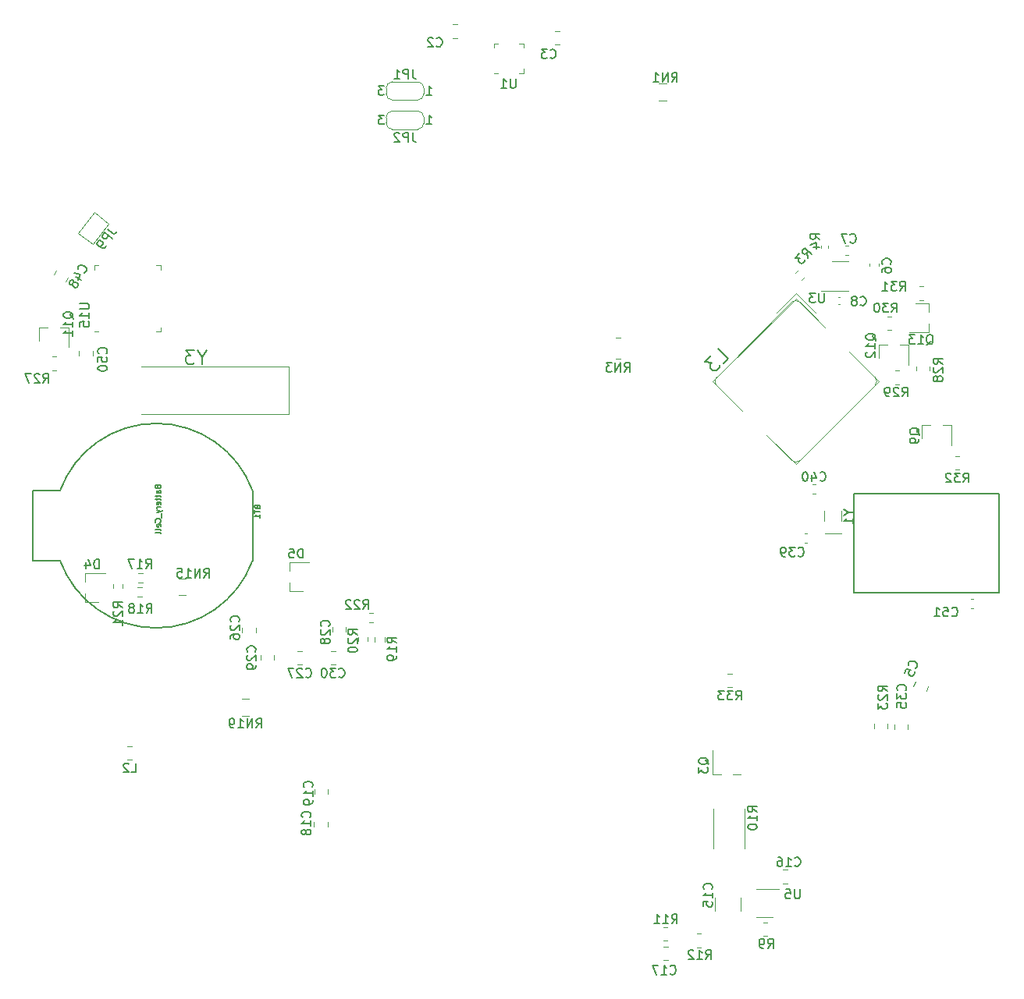
<source format=gbr>
G04 #@! TF.GenerationSoftware,KiCad,Pcbnew,(5.1.7)-1*
G04 #@! TF.CreationDate,2020-12-21T19:30:35-08:00*
G04 #@! TF.ProjectId,LCP_Controller,4c43505f-436f-46e7-9472-6f6c6c65722e,rev?*
G04 #@! TF.SameCoordinates,Original*
G04 #@! TF.FileFunction,Legend,Bot*
G04 #@! TF.FilePolarity,Positive*
%FSLAX46Y46*%
G04 Gerber Fmt 4.6, Leading zero omitted, Abs format (unit mm)*
G04 Created by KiCad (PCBNEW (5.1.7)-1) date 2020-12-21 19:30:35*
%MOMM*%
%LPD*%
G01*
G04 APERTURE LIST*
%ADD10C,0.120000*%
%ADD11C,0.203200*%
%ADD12C,0.127000*%
%ADD13C,0.150000*%
G04 APERTURE END LIST*
D10*
X196092000Y-123731000D02*
X195592000Y-123731000D01*
X196092000Y-121371000D02*
X195592000Y-121371000D01*
D11*
X156178039Y-138013677D02*
X156178039Y-145613357D01*
X132319819Y-145613357D02*
X135301779Y-145613357D01*
X132319819Y-138013677D02*
X132319819Y-145613357D01*
X135301779Y-138013677D02*
X132319819Y-138013677D01*
X156171104Y-145625365D02*
G75*
G02*
X135301779Y-145613357I-10432465J3824548D01*
G01*
X135304234Y-138000029D02*
G75*
G02*
X156178039Y-138013677I10434405J-3826188D01*
G01*
D10*
X220920997Y-122945594D02*
X224117119Y-126141717D01*
X215108579Y-117133177D02*
X218304702Y-120329299D01*
X224117119Y-126141717D02*
X215108579Y-135150257D01*
X211912456Y-131954135D02*
X215108579Y-135150257D01*
X206100039Y-126141717D02*
X209296161Y-129337840D01*
X215108579Y-117133177D02*
X206100039Y-126141717D01*
X215108579Y-116595775D02*
X212987259Y-118717096D01*
X217229899Y-118717096D02*
X215108579Y-116595775D01*
X206517232Y-126601336D02*
X208461775Y-128545880D01*
X215568198Y-134733064D02*
X223699926Y-126601336D01*
X221755383Y-123737554D02*
X223699926Y-125682098D01*
X214648960Y-117550370D02*
X206517232Y-125682098D01*
X215568198Y-117550370D02*
X217512742Y-119494913D01*
X212704416Y-132788521D02*
X214648960Y-134733064D01*
X206517232Y-125682098D02*
G75*
G03*
X206517232Y-126601336I459619J-459619D01*
G01*
X215568198Y-117550370D02*
G75*
G03*
X214648960Y-117550370I-459619J-459619D01*
G01*
X223699926Y-126601336D02*
G75*
G03*
X223699926Y-125682098I-459619J459619D01*
G01*
X214648960Y-134733064D02*
G75*
G03*
X215568198Y-134733064I459619J459619D01*
G01*
D12*
X221449579Y-149093517D02*
X221449579Y-138343517D01*
X237199579Y-149093517D02*
X221449579Y-149093517D01*
X237199579Y-138343517D02*
X237199579Y-149093517D01*
X221449579Y-138343517D02*
X237199579Y-138343517D01*
D10*
X160094000Y-129677000D02*
X144119000Y-129677000D01*
X160094000Y-124577000D02*
X160094000Y-129677000D01*
X144119000Y-124577000D02*
X160094000Y-124577000D01*
X220088500Y-141286000D02*
X220088500Y-140186000D01*
X218188500Y-141286000D02*
X218188500Y-140186000D01*
X220038500Y-142686000D02*
X218238500Y-142686000D01*
X139486000Y-120767500D02*
X139011000Y-120767500D01*
X146231000Y-113547500D02*
X146231000Y-114022500D01*
X145756000Y-113547500D02*
X146231000Y-113547500D01*
X139011000Y-113547500D02*
X139011000Y-114022500D01*
X139486000Y-113547500D02*
X139011000Y-113547500D01*
X146231000Y-120767500D02*
X146231000Y-120292500D01*
X145756000Y-120767500D02*
X146231000Y-120767500D01*
X210839579Y-181263517D02*
X213269579Y-181263517D01*
X212599579Y-184333517D02*
X210839579Y-184333517D01*
X220838600Y-116291000D02*
X217888600Y-116291000D01*
X219038600Y-113071000D02*
X220838600Y-113071000D01*
X182824500Y-92669000D02*
X182349500Y-92669000D01*
X185569500Y-89449000D02*
X185569500Y-89924000D01*
X185094500Y-89449000D02*
X185569500Y-89449000D01*
X182349500Y-89449000D02*
X182349500Y-89924000D01*
X182824500Y-89449000D02*
X182349500Y-89449000D01*
X185569500Y-92669000D02*
X185569500Y-92194000D01*
X185094500Y-92669000D02*
X185569500Y-92669000D01*
X155823500Y-162483000D02*
X155023500Y-162483000D01*
X155823500Y-160643000D02*
X155023500Y-160643000D01*
X148978200Y-149376600D02*
X148178200Y-149376600D01*
X148978200Y-147536600D02*
X148178200Y-147536600D01*
X200260000Y-93822000D02*
X201060000Y-93822000D01*
X200260000Y-95662000D02*
X201060000Y-95662000D01*
X207735436Y-157888000D02*
X208189564Y-157888000D01*
X207735436Y-159358000D02*
X208189564Y-159358000D01*
X232413436Y-134266000D02*
X232867564Y-134266000D01*
X232413436Y-135736000D02*
X232867564Y-135736000D01*
X228523436Y-115851000D02*
X228977564Y-115851000D01*
X228523436Y-117321000D02*
X228977564Y-117321000D01*
X225485064Y-120559500D02*
X225030936Y-120559500D01*
X225485064Y-119089500D02*
X225030936Y-119089500D01*
X225872936Y-124995000D02*
X226327064Y-124995000D01*
X225872936Y-126465000D02*
X226327064Y-126465000D01*
X228182500Y-124981064D02*
X228182500Y-124526936D01*
X229652500Y-124981064D02*
X229652500Y-124526936D01*
X134432936Y-123471000D02*
X134887064Y-123471000D01*
X134432936Y-124941000D02*
X134887064Y-124941000D01*
X225089179Y-163354253D02*
X225089179Y-163808381D01*
X223619179Y-163354253D02*
X223619179Y-163808381D01*
X168811942Y-151267900D02*
X169286458Y-151267900D01*
X168811942Y-152312900D02*
X169286458Y-152312900D01*
X141031700Y-148610858D02*
X141031700Y-148136342D01*
X142076700Y-148610858D02*
X142076700Y-148136342D01*
X168695900Y-153902142D02*
X168695900Y-154376658D01*
X167650900Y-153902142D02*
X167650900Y-154376658D01*
X170499300Y-153952942D02*
X170499300Y-154427458D01*
X169454300Y-153952942D02*
X169454300Y-154427458D01*
X143717742Y-148473900D02*
X144192258Y-148473900D01*
X143717742Y-149518900D02*
X144192258Y-149518900D01*
X143768542Y-146975300D02*
X144243058Y-146975300D01*
X143768542Y-148020300D02*
X144243058Y-148020300D01*
X204359136Y-186107400D02*
X204813264Y-186107400D01*
X204359136Y-187577400D02*
X204813264Y-187577400D01*
X200752336Y-185408900D02*
X201206464Y-185408900D01*
X200752336Y-186878900D02*
X201206464Y-186878900D01*
X209579579Y-172529453D02*
X209579579Y-176883581D01*
X206159579Y-172529453D02*
X206159579Y-176883581D01*
X212033643Y-186363517D02*
X211579515Y-186363517D01*
X212033643Y-184893517D02*
X211579515Y-184893517D01*
X217856800Y-111685041D02*
X217856800Y-111377759D01*
X218616800Y-111685041D02*
X218616800Y-111377759D01*
X215027490Y-114408183D02*
X215363023Y-114072650D01*
X215766417Y-115147110D02*
X216101950Y-114811577D01*
X229550500Y-117673000D02*
X228090500Y-117673000D01*
X229550500Y-120833000D02*
X227390500Y-120833000D01*
X229550500Y-120833000D02*
X229550500Y-119903000D01*
X229550500Y-117673000D02*
X229550500Y-118603000D01*
X224162500Y-122176000D02*
X224162500Y-123636000D01*
X227322500Y-122176000D02*
X227322500Y-124336000D01*
X227322500Y-122176000D02*
X226392500Y-122176000D01*
X224162500Y-122176000D02*
X225092500Y-122176000D01*
X133040000Y-120271000D02*
X133040000Y-121731000D01*
X136200000Y-120271000D02*
X136200000Y-122431000D01*
X136200000Y-120271000D02*
X135270000Y-120271000D01*
X133040000Y-120271000D02*
X133970000Y-120271000D01*
X228798000Y-130888200D02*
X228798000Y-132348200D01*
X231958000Y-130888200D02*
X231958000Y-133048200D01*
X231958000Y-130888200D02*
X231028000Y-130888200D01*
X228798000Y-130888200D02*
X229728000Y-130888200D01*
X206076579Y-168782517D02*
X207026579Y-168782517D01*
X206076579Y-166182517D02*
X206076579Y-168782517D01*
X208326579Y-168782517D02*
X209126579Y-168782517D01*
X142604748Y-165787000D02*
X143127252Y-165787000D01*
X142604748Y-167207000D02*
X143127252Y-167207000D01*
X138879087Y-111244256D02*
X140583619Y-109022867D01*
X140583619Y-109022867D02*
X138996913Y-107805344D01*
X138996913Y-107805344D02*
X137292381Y-110026733D01*
X137292381Y-110026733D02*
X138879087Y-111244256D01*
X174120000Y-96790000D02*
X171320000Y-96790000D01*
X170670000Y-97490000D02*
X170670000Y-98090000D01*
X171320000Y-98790000D02*
X174120000Y-98790000D01*
X174770000Y-98090000D02*
X174770000Y-97490000D01*
X174770000Y-97490000D02*
G75*
G03*
X174070000Y-96790000I-700000J0D01*
G01*
X174070000Y-98790000D02*
G75*
G03*
X174770000Y-98090000I0J700000D01*
G01*
X170670000Y-98090000D02*
G75*
G03*
X171370000Y-98790000I700000J0D01*
G01*
X171370000Y-96790000D02*
G75*
G03*
X170670000Y-97490000I0J-700000D01*
G01*
X174120000Y-93615000D02*
X171320000Y-93615000D01*
X170670000Y-94315000D02*
X170670000Y-94915000D01*
X171320000Y-95615000D02*
X174120000Y-95615000D01*
X174770000Y-94915000D02*
X174770000Y-94315000D01*
X174770000Y-94315000D02*
G75*
G03*
X174070000Y-93615000I-700000J0D01*
G01*
X174070000Y-95615000D02*
G75*
G03*
X174770000Y-94915000I0J700000D01*
G01*
X170670000Y-94915000D02*
G75*
G03*
X171370000Y-95615000I700000J0D01*
G01*
X171370000Y-93615000D02*
G75*
G03*
X170670000Y-94315000I0J-700000D01*
G01*
X160158400Y-148950800D02*
X161618400Y-148950800D01*
X160158400Y-145790800D02*
X162318400Y-145790800D01*
X160158400Y-145790800D02*
X160158400Y-146720800D01*
X160158400Y-148950800D02*
X160158400Y-148020800D01*
X138025600Y-150119200D02*
X139485600Y-150119200D01*
X138025600Y-146959200D02*
X140185600Y-146959200D01*
X138025600Y-146959200D02*
X138025600Y-147889200D01*
X138025600Y-150119200D02*
X138025600Y-149189200D01*
X234097920Y-149794500D02*
X234379080Y-149794500D01*
X234097920Y-150814500D02*
X234379080Y-150814500D01*
X138847500Y-122865248D02*
X138847500Y-123387752D01*
X137377500Y-122865248D02*
X137377500Y-123387752D01*
X134614845Y-114565151D02*
X134876097Y-114112649D01*
X135887903Y-115300151D02*
X136149155Y-114847649D01*
X217247080Y-138368500D02*
X216965920Y-138368500D01*
X217247080Y-137348500D02*
X216965920Y-137348500D01*
X216371080Y-143639000D02*
X216089920Y-143639000D01*
X216371080Y-142619000D02*
X216089920Y-142619000D01*
X227273579Y-163370865D02*
X227273579Y-163893369D01*
X225803579Y-163370865D02*
X225803579Y-163893369D01*
X164650748Y-155424200D02*
X165173252Y-155424200D01*
X164650748Y-156894200D02*
X165173252Y-156894200D01*
X158519800Y-155882748D02*
X158519800Y-156405252D01*
X157049800Y-155882748D02*
X157049800Y-156405252D01*
X164822200Y-153306452D02*
X164822200Y-152783948D01*
X166292200Y-153306452D02*
X166292200Y-152783948D01*
X161043948Y-155424200D02*
X161566452Y-155424200D01*
X161043948Y-156894200D02*
X161566452Y-156894200D01*
X155068600Y-153423252D02*
X155068600Y-152900748D01*
X156538600Y-153423252D02*
X156538600Y-152900748D01*
X162866400Y-170964452D02*
X162866400Y-170441948D01*
X164336400Y-170964452D02*
X164336400Y-170441948D01*
X164311000Y-174008148D02*
X164311000Y-174530652D01*
X162841000Y-174008148D02*
X162841000Y-174530652D01*
X201253952Y-188961700D02*
X200731448Y-188961700D01*
X201253952Y-187491700D02*
X200731448Y-187491700D01*
X213704327Y-179178517D02*
X214226831Y-179178517D01*
X213704327Y-180648517D02*
X214226831Y-180648517D01*
X209102579Y-182172265D02*
X209102579Y-183594769D01*
X206382579Y-182172265D02*
X206382579Y-183594769D01*
X219894036Y-117733400D02*
X219678364Y-117733400D01*
X219894036Y-117013400D02*
X219678364Y-117013400D01*
X220790380Y-112447800D02*
X220509220Y-112447800D01*
X220790380Y-111427800D02*
X220509220Y-111427800D01*
X223137000Y-113602380D02*
X223137000Y-113321220D01*
X224157000Y-113602380D02*
X224157000Y-113321220D01*
X229443528Y-159263888D02*
X229264821Y-159754881D01*
X228062179Y-158761119D02*
X227883472Y-159252112D01*
X189491252Y-89584200D02*
X188968748Y-89584200D01*
X189491252Y-88114200D02*
X188968748Y-88114200D01*
X177909548Y-87403000D02*
X178432052Y-87403000D01*
X177909548Y-88873000D02*
X178432052Y-88873000D01*
D13*
X196532476Y-125103380D02*
X196865809Y-124627190D01*
X197103904Y-125103380D02*
X197103904Y-124103380D01*
X196722952Y-124103380D01*
X196627714Y-124151000D01*
X196580095Y-124198619D01*
X196532476Y-124293857D01*
X196532476Y-124436714D01*
X196580095Y-124531952D01*
X196627714Y-124579571D01*
X196722952Y-124627190D01*
X197103904Y-124627190D01*
X196103904Y-125103380D02*
X196103904Y-124103380D01*
X195532476Y-125103380D01*
X195532476Y-124103380D01*
X195151523Y-124103380D02*
X194532476Y-124103380D01*
X194865809Y-124484333D01*
X194722952Y-124484333D01*
X194627714Y-124531952D01*
X194580095Y-124579571D01*
X194532476Y-124674809D01*
X194532476Y-124912904D01*
X194580095Y-125008142D01*
X194627714Y-125055761D01*
X194722952Y-125103380D01*
X195008666Y-125103380D01*
X195103904Y-125055761D01*
X195151523Y-125008142D01*
D12*
X156695836Y-139810545D02*
X156724864Y-139897631D01*
X156753893Y-139926659D01*
X156811950Y-139955688D01*
X156899036Y-139955688D01*
X156957093Y-139926659D01*
X156986121Y-139897631D01*
X157015150Y-139839574D01*
X157015150Y-139607345D01*
X156405550Y-139607345D01*
X156405550Y-139810545D01*
X156434579Y-139868602D01*
X156463607Y-139897631D01*
X156521664Y-139926659D01*
X156579721Y-139926659D01*
X156637779Y-139897631D01*
X156666807Y-139868602D01*
X156695836Y-139810545D01*
X156695836Y-139607345D01*
X156405550Y-140129859D02*
X156405550Y-140478202D01*
X157015150Y-140304031D02*
X156405550Y-140304031D01*
X157015150Y-141000717D02*
X157015150Y-140652374D01*
X157015150Y-140826545D02*
X156405550Y-140826545D01*
X156492636Y-140768488D01*
X156550693Y-140710431D01*
X156579721Y-140652374D01*
X145900836Y-137604374D02*
X145929864Y-137691459D01*
X145958893Y-137720488D01*
X146016950Y-137749517D01*
X146104036Y-137749517D01*
X146162093Y-137720488D01*
X146191121Y-137691459D01*
X146220150Y-137633402D01*
X146220150Y-137401174D01*
X145610550Y-137401174D01*
X145610550Y-137604374D01*
X145639579Y-137662431D01*
X145668607Y-137691459D01*
X145726664Y-137720488D01*
X145784721Y-137720488D01*
X145842779Y-137691459D01*
X145871807Y-137662431D01*
X145900836Y-137604374D01*
X145900836Y-137401174D01*
X146220150Y-138272031D02*
X145900836Y-138272031D01*
X145842779Y-138243002D01*
X145813750Y-138184945D01*
X145813750Y-138068831D01*
X145842779Y-138010774D01*
X146191121Y-138272031D02*
X146220150Y-138213974D01*
X146220150Y-138068831D01*
X146191121Y-138010774D01*
X146133064Y-137981745D01*
X146075007Y-137981745D01*
X146016950Y-138010774D01*
X145987921Y-138068831D01*
X145987921Y-138213974D01*
X145958893Y-138272031D01*
X145813750Y-138475231D02*
X145813750Y-138707459D01*
X145610550Y-138562317D02*
X146133064Y-138562317D01*
X146191121Y-138591345D01*
X146220150Y-138649402D01*
X146220150Y-138707459D01*
X145813750Y-138823574D02*
X145813750Y-139055802D01*
X145610550Y-138910659D02*
X146133064Y-138910659D01*
X146191121Y-138939688D01*
X146220150Y-138997745D01*
X146220150Y-139055802D01*
X146191121Y-139491231D02*
X146220150Y-139433174D01*
X146220150Y-139317059D01*
X146191121Y-139259002D01*
X146133064Y-139229974D01*
X145900836Y-139229974D01*
X145842779Y-139259002D01*
X145813750Y-139317059D01*
X145813750Y-139433174D01*
X145842779Y-139491231D01*
X145900836Y-139520259D01*
X145958893Y-139520259D01*
X146016950Y-139229974D01*
X146220150Y-139781517D02*
X145813750Y-139781517D01*
X145929864Y-139781517D02*
X145871807Y-139810545D01*
X145842779Y-139839574D01*
X145813750Y-139897631D01*
X145813750Y-139955688D01*
X145813750Y-140100831D02*
X146220150Y-140245974D01*
X145813750Y-140391117D02*
X146220150Y-140245974D01*
X146365293Y-140187917D01*
X146394321Y-140158888D01*
X146423350Y-140100831D01*
X146278207Y-140478202D02*
X146278207Y-140942659D01*
X146162093Y-141436145D02*
X146191121Y-141407117D01*
X146220150Y-141320031D01*
X146220150Y-141261974D01*
X146191121Y-141174888D01*
X146133064Y-141116831D01*
X146075007Y-141087802D01*
X145958893Y-141058774D01*
X145871807Y-141058774D01*
X145755693Y-141087802D01*
X145697636Y-141116831D01*
X145639579Y-141174888D01*
X145610550Y-141261974D01*
X145610550Y-141320031D01*
X145639579Y-141407117D01*
X145668607Y-141436145D01*
X146191121Y-141929631D02*
X146220150Y-141871574D01*
X146220150Y-141755459D01*
X146191121Y-141697402D01*
X146133064Y-141668374D01*
X145900836Y-141668374D01*
X145842779Y-141697402D01*
X145813750Y-141755459D01*
X145813750Y-141871574D01*
X145842779Y-141929631D01*
X145900836Y-141958659D01*
X145958893Y-141958659D01*
X146016950Y-141668374D01*
X146220150Y-142307002D02*
X146191121Y-142248945D01*
X146133064Y-142219917D01*
X145610550Y-142219917D01*
X146220150Y-142626317D02*
X146191121Y-142568259D01*
X146133064Y-142539231D01*
X145610550Y-142539231D01*
D13*
X207240224Y-124209094D02*
X207753382Y-123695937D01*
X206675751Y-122618306D01*
X205906015Y-123388042D02*
X205238910Y-124055147D01*
X206008646Y-124106462D01*
X205854699Y-124260410D01*
X205803383Y-124414357D01*
X205803383Y-124516988D01*
X205854699Y-124670936D01*
X206111278Y-124927514D01*
X206265225Y-124978830D01*
X206367857Y-124978830D01*
X206521804Y-124927514D01*
X206829698Y-124619620D01*
X206881014Y-124465673D01*
X206881014Y-124363041D01*
X150744714Y-123540714D02*
X150744714Y-124266428D01*
X151252714Y-122742428D02*
X150744714Y-123540714D01*
X150236714Y-122742428D01*
X149873857Y-122742428D02*
X148930428Y-122742428D01*
X149438428Y-123323000D01*
X149220714Y-123323000D01*
X149075571Y-123395571D01*
X149003000Y-123468142D01*
X148930428Y-123613285D01*
X148930428Y-123976142D01*
X149003000Y-124121285D01*
X149075571Y-124193857D01*
X149220714Y-124266428D01*
X149656142Y-124266428D01*
X149801285Y-124193857D01*
X149873857Y-124121285D01*
X220829190Y-140392209D02*
X221305380Y-140392209D01*
X220305380Y-140058876D02*
X220829190Y-140392209D01*
X220305380Y-140725542D01*
X221305380Y-141582685D02*
X221305380Y-141011257D01*
X221305380Y-141296971D02*
X220305380Y-141296971D01*
X220448238Y-141201733D01*
X220543476Y-141106495D01*
X220591095Y-141011257D01*
X137450580Y-117710104D02*
X138260104Y-117710104D01*
X138355342Y-117757723D01*
X138402961Y-117805342D01*
X138450580Y-117900580D01*
X138450580Y-118091057D01*
X138402961Y-118186295D01*
X138355342Y-118233914D01*
X138260104Y-118281533D01*
X137450580Y-118281533D01*
X138450580Y-119281533D02*
X138450580Y-118710104D01*
X138450580Y-118995819D02*
X137450580Y-118995819D01*
X137593438Y-118900580D01*
X137688676Y-118805342D01*
X137736295Y-118710104D01*
X137450580Y-120186295D02*
X137450580Y-119710104D01*
X137926771Y-119662485D01*
X137879152Y-119710104D01*
X137831533Y-119805342D01*
X137831533Y-120043438D01*
X137879152Y-120138676D01*
X137926771Y-120186295D01*
X138022009Y-120233914D01*
X138260104Y-120233914D01*
X138355342Y-120186295D01*
X138402961Y-120138676D01*
X138450580Y-120043438D01*
X138450580Y-119805342D01*
X138402961Y-119710104D01*
X138355342Y-119662485D01*
X215544304Y-181290980D02*
X215544304Y-182100504D01*
X215496685Y-182195742D01*
X215449066Y-182243361D01*
X215353828Y-182290980D01*
X215163352Y-182290980D01*
X215068114Y-182243361D01*
X215020495Y-182195742D01*
X214972876Y-182100504D01*
X214972876Y-181290980D01*
X214020495Y-181290980D02*
X214496685Y-181290980D01*
X214544304Y-181767171D01*
X214496685Y-181719552D01*
X214401447Y-181671933D01*
X214163352Y-181671933D01*
X214068114Y-181719552D01*
X214020495Y-181767171D01*
X213972876Y-181862409D01*
X213972876Y-182100504D01*
X214020495Y-182195742D01*
X214068114Y-182243361D01*
X214163352Y-182290980D01*
X214401447Y-182290980D01*
X214496685Y-182243361D01*
X214544304Y-182195742D01*
X218185904Y-116597180D02*
X218185904Y-117406704D01*
X218138285Y-117501942D01*
X218090666Y-117549561D01*
X217995428Y-117597180D01*
X217804952Y-117597180D01*
X217709714Y-117549561D01*
X217662095Y-117501942D01*
X217614476Y-117406704D01*
X217614476Y-116597180D01*
X217233523Y-116597180D02*
X216614476Y-116597180D01*
X216947809Y-116978133D01*
X216804952Y-116978133D01*
X216709714Y-117025752D01*
X216662095Y-117073371D01*
X216614476Y-117168609D01*
X216614476Y-117406704D01*
X216662095Y-117501942D01*
X216709714Y-117549561D01*
X216804952Y-117597180D01*
X217090666Y-117597180D01*
X217185904Y-117549561D01*
X217233523Y-117501942D01*
X184721404Y-93311380D02*
X184721404Y-94120904D01*
X184673785Y-94216142D01*
X184626166Y-94263761D01*
X184530928Y-94311380D01*
X184340452Y-94311380D01*
X184245214Y-94263761D01*
X184197595Y-94216142D01*
X184149976Y-94120904D01*
X184149976Y-93311380D01*
X183149976Y-94311380D02*
X183721404Y-94311380D01*
X183435690Y-94311380D02*
X183435690Y-93311380D01*
X183530928Y-93454238D01*
X183626166Y-93549476D01*
X183721404Y-93597095D01*
X156590166Y-163765380D02*
X156923500Y-163289190D01*
X157161595Y-163765380D02*
X157161595Y-162765380D01*
X156780642Y-162765380D01*
X156685404Y-162813000D01*
X156637785Y-162860619D01*
X156590166Y-162955857D01*
X156590166Y-163098714D01*
X156637785Y-163193952D01*
X156685404Y-163241571D01*
X156780642Y-163289190D01*
X157161595Y-163289190D01*
X156161595Y-163765380D02*
X156161595Y-162765380D01*
X155590166Y-163765380D01*
X155590166Y-162765380D01*
X154590166Y-163765380D02*
X155161595Y-163765380D01*
X154875880Y-163765380D02*
X154875880Y-162765380D01*
X154971119Y-162908238D01*
X155066357Y-163003476D01*
X155161595Y-163051095D01*
X154113976Y-163765380D02*
X153923500Y-163765380D01*
X153828261Y-163717761D01*
X153780642Y-163670142D01*
X153685404Y-163527285D01*
X153637785Y-163336809D01*
X153637785Y-162955857D01*
X153685404Y-162860619D01*
X153733023Y-162813000D01*
X153828261Y-162765380D01*
X154018738Y-162765380D01*
X154113976Y-162813000D01*
X154161595Y-162860619D01*
X154209214Y-162955857D01*
X154209214Y-163193952D01*
X154161595Y-163289190D01*
X154113976Y-163336809D01*
X154018738Y-163384428D01*
X153828261Y-163384428D01*
X153733023Y-163336809D01*
X153685404Y-163289190D01*
X153637785Y-163193952D01*
X150925066Y-147442180D02*
X151258400Y-146965990D01*
X151496495Y-147442180D02*
X151496495Y-146442180D01*
X151115542Y-146442180D01*
X151020304Y-146489800D01*
X150972685Y-146537419D01*
X150925066Y-146632657D01*
X150925066Y-146775514D01*
X150972685Y-146870752D01*
X151020304Y-146918371D01*
X151115542Y-146965990D01*
X151496495Y-146965990D01*
X150496495Y-147442180D02*
X150496495Y-146442180D01*
X149925066Y-147442180D01*
X149925066Y-146442180D01*
X148925066Y-147442180D02*
X149496495Y-147442180D01*
X149210780Y-147442180D02*
X149210780Y-146442180D01*
X149306019Y-146585038D01*
X149401257Y-146680276D01*
X149496495Y-146727895D01*
X148020304Y-146442180D02*
X148496495Y-146442180D01*
X148544114Y-146918371D01*
X148496495Y-146870752D01*
X148401257Y-146823133D01*
X148163161Y-146823133D01*
X148067923Y-146870752D01*
X148020304Y-146918371D01*
X147972685Y-147013609D01*
X147972685Y-147251704D01*
X148020304Y-147346942D01*
X148067923Y-147394561D01*
X148163161Y-147442180D01*
X148401257Y-147442180D01*
X148496495Y-147394561D01*
X148544114Y-147346942D01*
X201655276Y-93619580D02*
X201988609Y-93143390D01*
X202226704Y-93619580D02*
X202226704Y-92619580D01*
X201845752Y-92619580D01*
X201750514Y-92667200D01*
X201702895Y-92714819D01*
X201655276Y-92810057D01*
X201655276Y-92952914D01*
X201702895Y-93048152D01*
X201750514Y-93095771D01*
X201845752Y-93143390D01*
X202226704Y-93143390D01*
X201226704Y-93619580D02*
X201226704Y-92619580D01*
X200655276Y-93619580D01*
X200655276Y-92619580D01*
X199655276Y-93619580D02*
X200226704Y-93619580D01*
X199940990Y-93619580D02*
X199940990Y-92619580D01*
X200036228Y-92762438D01*
X200131466Y-92857676D01*
X200226704Y-92905295D01*
X208605357Y-160725380D02*
X208938690Y-160249190D01*
X209176785Y-160725380D02*
X209176785Y-159725380D01*
X208795833Y-159725380D01*
X208700595Y-159773000D01*
X208652976Y-159820619D01*
X208605357Y-159915857D01*
X208605357Y-160058714D01*
X208652976Y-160153952D01*
X208700595Y-160201571D01*
X208795833Y-160249190D01*
X209176785Y-160249190D01*
X208272023Y-159725380D02*
X207652976Y-159725380D01*
X207986309Y-160106333D01*
X207843452Y-160106333D01*
X207748214Y-160153952D01*
X207700595Y-160201571D01*
X207652976Y-160296809D01*
X207652976Y-160534904D01*
X207700595Y-160630142D01*
X207748214Y-160677761D01*
X207843452Y-160725380D01*
X208129166Y-160725380D01*
X208224404Y-160677761D01*
X208272023Y-160630142D01*
X207319642Y-159725380D02*
X206700595Y-159725380D01*
X207033928Y-160106333D01*
X206891071Y-160106333D01*
X206795833Y-160153952D01*
X206748214Y-160201571D01*
X206700595Y-160296809D01*
X206700595Y-160534904D01*
X206748214Y-160630142D01*
X206795833Y-160677761D01*
X206891071Y-160725380D01*
X207176785Y-160725380D01*
X207272023Y-160677761D01*
X207319642Y-160630142D01*
X233283357Y-137103380D02*
X233616690Y-136627190D01*
X233854785Y-137103380D02*
X233854785Y-136103380D01*
X233473833Y-136103380D01*
X233378595Y-136151000D01*
X233330976Y-136198619D01*
X233283357Y-136293857D01*
X233283357Y-136436714D01*
X233330976Y-136531952D01*
X233378595Y-136579571D01*
X233473833Y-136627190D01*
X233854785Y-136627190D01*
X232950023Y-136103380D02*
X232330976Y-136103380D01*
X232664309Y-136484333D01*
X232521452Y-136484333D01*
X232426214Y-136531952D01*
X232378595Y-136579571D01*
X232330976Y-136674809D01*
X232330976Y-136912904D01*
X232378595Y-137008142D01*
X232426214Y-137055761D01*
X232521452Y-137103380D01*
X232807166Y-137103380D01*
X232902404Y-137055761D01*
X232950023Y-137008142D01*
X231950023Y-136198619D02*
X231902404Y-136151000D01*
X231807166Y-136103380D01*
X231569071Y-136103380D01*
X231473833Y-136151000D01*
X231426214Y-136198619D01*
X231378595Y-136293857D01*
X231378595Y-136389095D01*
X231426214Y-136531952D01*
X231997642Y-137103380D01*
X231378595Y-137103380D01*
X226398057Y-116301780D02*
X226731390Y-115825590D01*
X226969485Y-116301780D02*
X226969485Y-115301780D01*
X226588533Y-115301780D01*
X226493295Y-115349400D01*
X226445676Y-115397019D01*
X226398057Y-115492257D01*
X226398057Y-115635114D01*
X226445676Y-115730352D01*
X226493295Y-115777971D01*
X226588533Y-115825590D01*
X226969485Y-115825590D01*
X226064723Y-115301780D02*
X225445676Y-115301780D01*
X225779009Y-115682733D01*
X225636152Y-115682733D01*
X225540914Y-115730352D01*
X225493295Y-115777971D01*
X225445676Y-115873209D01*
X225445676Y-116111304D01*
X225493295Y-116206542D01*
X225540914Y-116254161D01*
X225636152Y-116301780D01*
X225921866Y-116301780D01*
X226017104Y-116254161D01*
X226064723Y-116206542D01*
X224493295Y-116301780D02*
X225064723Y-116301780D01*
X224779009Y-116301780D02*
X224779009Y-115301780D01*
X224874247Y-115444638D01*
X224969485Y-115539876D01*
X225064723Y-115587495D01*
X225509057Y-118638580D02*
X225842390Y-118162390D01*
X226080485Y-118638580D02*
X226080485Y-117638580D01*
X225699533Y-117638580D01*
X225604295Y-117686200D01*
X225556676Y-117733819D01*
X225509057Y-117829057D01*
X225509057Y-117971914D01*
X225556676Y-118067152D01*
X225604295Y-118114771D01*
X225699533Y-118162390D01*
X226080485Y-118162390D01*
X225175723Y-117638580D02*
X224556676Y-117638580D01*
X224890009Y-118019533D01*
X224747152Y-118019533D01*
X224651914Y-118067152D01*
X224604295Y-118114771D01*
X224556676Y-118210009D01*
X224556676Y-118448104D01*
X224604295Y-118543342D01*
X224651914Y-118590961D01*
X224747152Y-118638580D01*
X225032866Y-118638580D01*
X225128104Y-118590961D01*
X225175723Y-118543342D01*
X223937628Y-117638580D02*
X223842390Y-117638580D01*
X223747152Y-117686200D01*
X223699533Y-117733819D01*
X223651914Y-117829057D01*
X223604295Y-118019533D01*
X223604295Y-118257628D01*
X223651914Y-118448104D01*
X223699533Y-118543342D01*
X223747152Y-118590961D01*
X223842390Y-118638580D01*
X223937628Y-118638580D01*
X224032866Y-118590961D01*
X224080485Y-118543342D01*
X224128104Y-118448104D01*
X224175723Y-118257628D01*
X224175723Y-118019533D01*
X224128104Y-117829057D01*
X224080485Y-117733819D01*
X224032866Y-117686200D01*
X223937628Y-117638580D01*
X226652057Y-127782580D02*
X226985390Y-127306390D01*
X227223485Y-127782580D02*
X227223485Y-126782580D01*
X226842533Y-126782580D01*
X226747295Y-126830200D01*
X226699676Y-126877819D01*
X226652057Y-126973057D01*
X226652057Y-127115914D01*
X226699676Y-127211152D01*
X226747295Y-127258771D01*
X226842533Y-127306390D01*
X227223485Y-127306390D01*
X226271104Y-126877819D02*
X226223485Y-126830200D01*
X226128247Y-126782580D01*
X225890152Y-126782580D01*
X225794914Y-126830200D01*
X225747295Y-126877819D01*
X225699676Y-126973057D01*
X225699676Y-127068295D01*
X225747295Y-127211152D01*
X226318723Y-127782580D01*
X225699676Y-127782580D01*
X225223485Y-127782580D02*
X225033009Y-127782580D01*
X224937771Y-127734961D01*
X224890152Y-127687342D01*
X224794914Y-127544485D01*
X224747295Y-127354009D01*
X224747295Y-126973057D01*
X224794914Y-126877819D01*
X224842533Y-126830200D01*
X224937771Y-126782580D01*
X225128247Y-126782580D01*
X225223485Y-126830200D01*
X225271104Y-126877819D01*
X225318723Y-126973057D01*
X225318723Y-127211152D01*
X225271104Y-127306390D01*
X225223485Y-127354009D01*
X225128247Y-127401628D01*
X224937771Y-127401628D01*
X224842533Y-127354009D01*
X224794914Y-127306390D01*
X224747295Y-127211152D01*
X231033580Y-124248942D02*
X230557390Y-123915609D01*
X231033580Y-123677514D02*
X230033580Y-123677514D01*
X230033580Y-124058466D01*
X230081200Y-124153704D01*
X230128819Y-124201323D01*
X230224057Y-124248942D01*
X230366914Y-124248942D01*
X230462152Y-124201323D01*
X230509771Y-124153704D01*
X230557390Y-124058466D01*
X230557390Y-123677514D01*
X230128819Y-124629895D02*
X230081200Y-124677514D01*
X230033580Y-124772752D01*
X230033580Y-125010847D01*
X230081200Y-125106085D01*
X230128819Y-125153704D01*
X230224057Y-125201323D01*
X230319295Y-125201323D01*
X230462152Y-125153704D01*
X231033580Y-124582276D01*
X231033580Y-125201323D01*
X230462152Y-125772752D02*
X230414533Y-125677514D01*
X230366914Y-125629895D01*
X230271676Y-125582276D01*
X230224057Y-125582276D01*
X230128819Y-125629895D01*
X230081200Y-125677514D01*
X230033580Y-125772752D01*
X230033580Y-125963228D01*
X230081200Y-126058466D01*
X230128819Y-126106085D01*
X230224057Y-126153704D01*
X230271676Y-126153704D01*
X230366914Y-126106085D01*
X230414533Y-126058466D01*
X230462152Y-125963228D01*
X230462152Y-125772752D01*
X230509771Y-125677514D01*
X230557390Y-125629895D01*
X230652628Y-125582276D01*
X230843104Y-125582276D01*
X230938342Y-125629895D01*
X230985961Y-125677514D01*
X231033580Y-125772752D01*
X231033580Y-125963228D01*
X230985961Y-126058466D01*
X230938342Y-126106085D01*
X230843104Y-126153704D01*
X230652628Y-126153704D01*
X230557390Y-126106085D01*
X230509771Y-126058466D01*
X230462152Y-125963228D01*
X133459457Y-126309380D02*
X133792790Y-125833190D01*
X134030885Y-126309380D02*
X134030885Y-125309380D01*
X133649933Y-125309380D01*
X133554695Y-125357000D01*
X133507076Y-125404619D01*
X133459457Y-125499857D01*
X133459457Y-125642714D01*
X133507076Y-125737952D01*
X133554695Y-125785571D01*
X133649933Y-125833190D01*
X134030885Y-125833190D01*
X133078504Y-125404619D02*
X133030885Y-125357000D01*
X132935647Y-125309380D01*
X132697552Y-125309380D01*
X132602314Y-125357000D01*
X132554695Y-125404619D01*
X132507076Y-125499857D01*
X132507076Y-125595095D01*
X132554695Y-125737952D01*
X133126123Y-126309380D01*
X132507076Y-126309380D01*
X132173742Y-125309380D02*
X131507076Y-125309380D01*
X131935647Y-126309380D01*
X225009759Y-159788859D02*
X224533569Y-159455526D01*
X225009759Y-159217431D02*
X224009759Y-159217431D01*
X224009759Y-159598383D01*
X224057379Y-159693621D01*
X224104998Y-159741240D01*
X224200236Y-159788859D01*
X224343093Y-159788859D01*
X224438331Y-159741240D01*
X224485950Y-159693621D01*
X224533569Y-159598383D01*
X224533569Y-159217431D01*
X224104998Y-160169812D02*
X224057379Y-160217431D01*
X224009759Y-160312669D01*
X224009759Y-160550764D01*
X224057379Y-160646002D01*
X224104998Y-160693621D01*
X224200236Y-160741240D01*
X224295474Y-160741240D01*
X224438331Y-160693621D01*
X225009759Y-160122193D01*
X225009759Y-160741240D01*
X224009759Y-161074574D02*
X224009759Y-161693621D01*
X224390712Y-161360288D01*
X224390712Y-161503145D01*
X224438331Y-161598383D01*
X224485950Y-161646002D01*
X224581188Y-161693621D01*
X224819283Y-161693621D01*
X224914521Y-161646002D01*
X224962140Y-161598383D01*
X225009759Y-161503145D01*
X225009759Y-161217431D01*
X224962140Y-161122193D01*
X224914521Y-161074574D01*
X168155857Y-150871180D02*
X168489190Y-150394990D01*
X168727285Y-150871180D02*
X168727285Y-149871180D01*
X168346333Y-149871180D01*
X168251095Y-149918800D01*
X168203476Y-149966419D01*
X168155857Y-150061657D01*
X168155857Y-150204514D01*
X168203476Y-150299752D01*
X168251095Y-150347371D01*
X168346333Y-150394990D01*
X168727285Y-150394990D01*
X167774904Y-149966419D02*
X167727285Y-149918800D01*
X167632047Y-149871180D01*
X167393952Y-149871180D01*
X167298714Y-149918800D01*
X167251095Y-149966419D01*
X167203476Y-150061657D01*
X167203476Y-150156895D01*
X167251095Y-150299752D01*
X167822523Y-150871180D01*
X167203476Y-150871180D01*
X166822523Y-149966419D02*
X166774904Y-149918800D01*
X166679666Y-149871180D01*
X166441571Y-149871180D01*
X166346333Y-149918800D01*
X166298714Y-149966419D01*
X166251095Y-150061657D01*
X166251095Y-150156895D01*
X166298714Y-150299752D01*
X166870142Y-150871180D01*
X166251095Y-150871180D01*
X142057380Y-150715742D02*
X141581190Y-150382409D01*
X142057380Y-150144314D02*
X141057380Y-150144314D01*
X141057380Y-150525266D01*
X141105000Y-150620504D01*
X141152619Y-150668123D01*
X141247857Y-150715742D01*
X141390714Y-150715742D01*
X141485952Y-150668123D01*
X141533571Y-150620504D01*
X141581190Y-150525266D01*
X141581190Y-150144314D01*
X141152619Y-151096695D02*
X141105000Y-151144314D01*
X141057380Y-151239552D01*
X141057380Y-151477647D01*
X141105000Y-151572885D01*
X141152619Y-151620504D01*
X141247857Y-151668123D01*
X141343095Y-151668123D01*
X141485952Y-151620504D01*
X142057380Y-151049076D01*
X142057380Y-151668123D01*
X142057380Y-152620504D02*
X142057380Y-152049076D01*
X142057380Y-152334790D02*
X141057380Y-152334790D01*
X141200238Y-152239552D01*
X141295476Y-152144314D01*
X141343095Y-152049076D01*
X167533580Y-153662142D02*
X167057390Y-153328809D01*
X167533580Y-153090714D02*
X166533580Y-153090714D01*
X166533580Y-153471666D01*
X166581200Y-153566904D01*
X166628819Y-153614523D01*
X166724057Y-153662142D01*
X166866914Y-153662142D01*
X166962152Y-153614523D01*
X167009771Y-153566904D01*
X167057390Y-153471666D01*
X167057390Y-153090714D01*
X166628819Y-154043095D02*
X166581200Y-154090714D01*
X166533580Y-154185952D01*
X166533580Y-154424047D01*
X166581200Y-154519285D01*
X166628819Y-154566904D01*
X166724057Y-154614523D01*
X166819295Y-154614523D01*
X166962152Y-154566904D01*
X167533580Y-153995476D01*
X167533580Y-154614523D01*
X166533580Y-155233571D02*
X166533580Y-155328809D01*
X166581200Y-155424047D01*
X166628819Y-155471666D01*
X166724057Y-155519285D01*
X166914533Y-155566904D01*
X167152628Y-155566904D01*
X167343104Y-155519285D01*
X167438342Y-155471666D01*
X167485961Y-155424047D01*
X167533580Y-155328809D01*
X167533580Y-155233571D01*
X167485961Y-155138333D01*
X167438342Y-155090714D01*
X167343104Y-155043095D01*
X167152628Y-154995476D01*
X166914533Y-154995476D01*
X166724057Y-155043095D01*
X166628819Y-155090714D01*
X166581200Y-155138333D01*
X166533580Y-155233571D01*
X171800780Y-154551142D02*
X171324590Y-154217809D01*
X171800780Y-153979714D02*
X170800780Y-153979714D01*
X170800780Y-154360666D01*
X170848400Y-154455904D01*
X170896019Y-154503523D01*
X170991257Y-154551142D01*
X171134114Y-154551142D01*
X171229352Y-154503523D01*
X171276971Y-154455904D01*
X171324590Y-154360666D01*
X171324590Y-153979714D01*
X171800780Y-155503523D02*
X171800780Y-154932095D01*
X171800780Y-155217809D02*
X170800780Y-155217809D01*
X170943638Y-155122571D01*
X171038876Y-155027333D01*
X171086495Y-154932095D01*
X171800780Y-155979714D02*
X171800780Y-156170190D01*
X171753161Y-156265428D01*
X171705542Y-156313047D01*
X171562685Y-156408285D01*
X171372209Y-156455904D01*
X170991257Y-156455904D01*
X170896019Y-156408285D01*
X170848400Y-156360666D01*
X170800780Y-156265428D01*
X170800780Y-156074952D01*
X170848400Y-155979714D01*
X170896019Y-155932095D01*
X170991257Y-155884476D01*
X171229352Y-155884476D01*
X171324590Y-155932095D01*
X171372209Y-155979714D01*
X171419828Y-156074952D01*
X171419828Y-156265428D01*
X171372209Y-156360666D01*
X171324590Y-156408285D01*
X171229352Y-156455904D01*
X144660857Y-151302980D02*
X144994190Y-150826790D01*
X145232285Y-151302980D02*
X145232285Y-150302980D01*
X144851333Y-150302980D01*
X144756095Y-150350600D01*
X144708476Y-150398219D01*
X144660857Y-150493457D01*
X144660857Y-150636314D01*
X144708476Y-150731552D01*
X144756095Y-150779171D01*
X144851333Y-150826790D01*
X145232285Y-150826790D01*
X143708476Y-151302980D02*
X144279904Y-151302980D01*
X143994190Y-151302980D02*
X143994190Y-150302980D01*
X144089428Y-150445838D01*
X144184666Y-150541076D01*
X144279904Y-150588695D01*
X143137047Y-150731552D02*
X143232285Y-150683933D01*
X143279904Y-150636314D01*
X143327523Y-150541076D01*
X143327523Y-150493457D01*
X143279904Y-150398219D01*
X143232285Y-150350600D01*
X143137047Y-150302980D01*
X142946571Y-150302980D01*
X142851333Y-150350600D01*
X142803714Y-150398219D01*
X142756095Y-150493457D01*
X142756095Y-150541076D01*
X142803714Y-150636314D01*
X142851333Y-150683933D01*
X142946571Y-150731552D01*
X143137047Y-150731552D01*
X143232285Y-150779171D01*
X143279904Y-150826790D01*
X143327523Y-150922028D01*
X143327523Y-151112504D01*
X143279904Y-151207742D01*
X143232285Y-151255361D01*
X143137047Y-151302980D01*
X142946571Y-151302980D01*
X142851333Y-151255361D01*
X142803714Y-151207742D01*
X142756095Y-151112504D01*
X142756095Y-150922028D01*
X142803714Y-150826790D01*
X142851333Y-150779171D01*
X142946571Y-150731552D01*
X144610057Y-146426180D02*
X144943390Y-145949990D01*
X145181485Y-146426180D02*
X145181485Y-145426180D01*
X144800533Y-145426180D01*
X144705295Y-145473800D01*
X144657676Y-145521419D01*
X144610057Y-145616657D01*
X144610057Y-145759514D01*
X144657676Y-145854752D01*
X144705295Y-145902371D01*
X144800533Y-145949990D01*
X145181485Y-145949990D01*
X143657676Y-146426180D02*
X144229104Y-146426180D01*
X143943390Y-146426180D02*
X143943390Y-145426180D01*
X144038628Y-145569038D01*
X144133866Y-145664276D01*
X144229104Y-145711895D01*
X143324342Y-145426180D02*
X142657676Y-145426180D01*
X143086247Y-146426180D01*
X205341457Y-188894980D02*
X205674790Y-188418790D01*
X205912885Y-188894980D02*
X205912885Y-187894980D01*
X205531933Y-187894980D01*
X205436695Y-187942600D01*
X205389076Y-187990219D01*
X205341457Y-188085457D01*
X205341457Y-188228314D01*
X205389076Y-188323552D01*
X205436695Y-188371171D01*
X205531933Y-188418790D01*
X205912885Y-188418790D01*
X204389076Y-188894980D02*
X204960504Y-188894980D01*
X204674790Y-188894980D02*
X204674790Y-187894980D01*
X204770028Y-188037838D01*
X204865266Y-188133076D01*
X204960504Y-188180695D01*
X204008123Y-187990219D02*
X203960504Y-187942600D01*
X203865266Y-187894980D01*
X203627171Y-187894980D01*
X203531933Y-187942600D01*
X203484314Y-187990219D01*
X203436695Y-188085457D01*
X203436695Y-188180695D01*
X203484314Y-188323552D01*
X204055742Y-188894980D01*
X203436695Y-188894980D01*
X201658457Y-185008780D02*
X201991790Y-184532590D01*
X202229885Y-185008780D02*
X202229885Y-184008780D01*
X201848933Y-184008780D01*
X201753695Y-184056400D01*
X201706076Y-184104019D01*
X201658457Y-184199257D01*
X201658457Y-184342114D01*
X201706076Y-184437352D01*
X201753695Y-184484971D01*
X201848933Y-184532590D01*
X202229885Y-184532590D01*
X200706076Y-185008780D02*
X201277504Y-185008780D01*
X200991790Y-185008780D02*
X200991790Y-184008780D01*
X201087028Y-184151638D01*
X201182266Y-184246876D01*
X201277504Y-184294495D01*
X199753695Y-185008780D02*
X200325123Y-185008780D01*
X200039409Y-185008780D02*
X200039409Y-184008780D01*
X200134647Y-184151638D01*
X200229885Y-184246876D01*
X200325123Y-184294495D01*
X210916780Y-172889942D02*
X210440590Y-172556609D01*
X210916780Y-172318514D02*
X209916780Y-172318514D01*
X209916780Y-172699466D01*
X209964400Y-172794704D01*
X210012019Y-172842323D01*
X210107257Y-172889942D01*
X210250114Y-172889942D01*
X210345352Y-172842323D01*
X210392971Y-172794704D01*
X210440590Y-172699466D01*
X210440590Y-172318514D01*
X210916780Y-173842323D02*
X210916780Y-173270895D01*
X210916780Y-173556609D02*
X209916780Y-173556609D01*
X210059638Y-173461371D01*
X210154876Y-173366133D01*
X210202495Y-173270895D01*
X209916780Y-174461371D02*
X209916780Y-174556609D01*
X209964400Y-174651847D01*
X210012019Y-174699466D01*
X210107257Y-174747085D01*
X210297733Y-174794704D01*
X210535828Y-174794704D01*
X210726304Y-174747085D01*
X210821542Y-174699466D01*
X210869161Y-174651847D01*
X210916780Y-174556609D01*
X210916780Y-174461371D01*
X210869161Y-174366133D01*
X210821542Y-174318514D01*
X210726304Y-174270895D01*
X210535828Y-174223276D01*
X210297733Y-174223276D01*
X210107257Y-174270895D01*
X210012019Y-174318514D01*
X209964400Y-174366133D01*
X209916780Y-174461371D01*
X212078866Y-187675780D02*
X212412200Y-187199590D01*
X212650295Y-187675780D02*
X212650295Y-186675780D01*
X212269342Y-186675780D01*
X212174104Y-186723400D01*
X212126485Y-186771019D01*
X212078866Y-186866257D01*
X212078866Y-187009114D01*
X212126485Y-187104352D01*
X212174104Y-187151971D01*
X212269342Y-187199590D01*
X212650295Y-187199590D01*
X211602676Y-187675780D02*
X211412200Y-187675780D01*
X211316961Y-187628161D01*
X211269342Y-187580542D01*
X211174104Y-187437685D01*
X211126485Y-187247209D01*
X211126485Y-186866257D01*
X211174104Y-186771019D01*
X211221723Y-186723400D01*
X211316961Y-186675780D01*
X211507438Y-186675780D01*
X211602676Y-186723400D01*
X211650295Y-186771019D01*
X211697914Y-186866257D01*
X211697914Y-187104352D01*
X211650295Y-187199590D01*
X211602676Y-187247209D01*
X211507438Y-187294828D01*
X211316961Y-187294828D01*
X211221723Y-187247209D01*
X211174104Y-187199590D01*
X211126485Y-187104352D01*
X217698580Y-110729733D02*
X217222390Y-110396400D01*
X217698580Y-110158304D02*
X216698580Y-110158304D01*
X216698580Y-110539257D01*
X216746200Y-110634495D01*
X216793819Y-110682114D01*
X216889057Y-110729733D01*
X217031914Y-110729733D01*
X217127152Y-110682114D01*
X217174771Y-110634495D01*
X217222390Y-110539257D01*
X217222390Y-110158304D01*
X217031914Y-111586876D02*
X217698580Y-111586876D01*
X216650961Y-111348780D02*
X217365247Y-111110685D01*
X217365247Y-111729733D01*
X216413932Y-112774830D02*
X216312917Y-112202410D01*
X216817993Y-112370769D02*
X216110887Y-111663662D01*
X215841512Y-111933036D01*
X215807841Y-112034051D01*
X215807841Y-112101395D01*
X215841512Y-112202410D01*
X215942528Y-112303425D01*
X216043543Y-112337097D01*
X216110887Y-112337097D01*
X216211902Y-112303425D01*
X216481276Y-112034051D01*
X215471123Y-112303425D02*
X215033390Y-112741158D01*
X215538467Y-112774830D01*
X215437451Y-112875845D01*
X215403780Y-112976861D01*
X215403780Y-113044204D01*
X215437451Y-113145219D01*
X215605810Y-113313578D01*
X215706825Y-113347250D01*
X215774169Y-113347250D01*
X215875184Y-113313578D01*
X216077215Y-113111548D01*
X216110887Y-113010532D01*
X216110887Y-112943189D01*
X229273028Y-122188219D02*
X229368266Y-122140600D01*
X229463504Y-122045361D01*
X229606361Y-121902504D01*
X229701600Y-121854885D01*
X229796838Y-121854885D01*
X229749219Y-122092980D02*
X229844457Y-122045361D01*
X229939695Y-121950123D01*
X229987314Y-121759647D01*
X229987314Y-121426314D01*
X229939695Y-121235838D01*
X229844457Y-121140600D01*
X229749219Y-121092980D01*
X229558742Y-121092980D01*
X229463504Y-121140600D01*
X229368266Y-121235838D01*
X229320647Y-121426314D01*
X229320647Y-121759647D01*
X229368266Y-121950123D01*
X229463504Y-122045361D01*
X229558742Y-122092980D01*
X229749219Y-122092980D01*
X228368266Y-122092980D02*
X228939695Y-122092980D01*
X228653980Y-122092980D02*
X228653980Y-121092980D01*
X228749219Y-121235838D01*
X228844457Y-121331076D01*
X228939695Y-121378695D01*
X228034933Y-121092980D02*
X227415885Y-121092980D01*
X227749219Y-121473933D01*
X227606361Y-121473933D01*
X227511123Y-121521552D01*
X227463504Y-121569171D01*
X227415885Y-121664409D01*
X227415885Y-121902504D01*
X227463504Y-121997742D01*
X227511123Y-122045361D01*
X227606361Y-122092980D01*
X227892076Y-122092980D01*
X227987314Y-122045361D01*
X228034933Y-121997742D01*
X223813619Y-121704171D02*
X223766000Y-121608933D01*
X223670761Y-121513695D01*
X223527904Y-121370838D01*
X223480285Y-121275600D01*
X223480285Y-121180361D01*
X223718380Y-121227980D02*
X223670761Y-121132742D01*
X223575523Y-121037504D01*
X223385047Y-120989885D01*
X223051714Y-120989885D01*
X222861238Y-121037504D01*
X222766000Y-121132742D01*
X222718380Y-121227980D01*
X222718380Y-121418457D01*
X222766000Y-121513695D01*
X222861238Y-121608933D01*
X223051714Y-121656552D01*
X223385047Y-121656552D01*
X223575523Y-121608933D01*
X223670761Y-121513695D01*
X223718380Y-121418457D01*
X223718380Y-121227980D01*
X223718380Y-122608933D02*
X223718380Y-122037504D01*
X223718380Y-122323219D02*
X222718380Y-122323219D01*
X222861238Y-122227980D01*
X222956476Y-122132742D01*
X223004095Y-122037504D01*
X222813619Y-122989885D02*
X222766000Y-123037504D01*
X222718380Y-123132742D01*
X222718380Y-123370838D01*
X222766000Y-123466076D01*
X222813619Y-123513695D01*
X222908857Y-123561314D01*
X223004095Y-123561314D01*
X223146952Y-123513695D01*
X223718380Y-122942266D01*
X223718380Y-123561314D01*
X136742419Y-119341971D02*
X136694800Y-119246733D01*
X136599561Y-119151495D01*
X136456704Y-119008638D01*
X136409085Y-118913400D01*
X136409085Y-118818161D01*
X136647180Y-118865780D02*
X136599561Y-118770542D01*
X136504323Y-118675304D01*
X136313847Y-118627685D01*
X135980514Y-118627685D01*
X135790038Y-118675304D01*
X135694800Y-118770542D01*
X135647180Y-118865780D01*
X135647180Y-119056257D01*
X135694800Y-119151495D01*
X135790038Y-119246733D01*
X135980514Y-119294352D01*
X136313847Y-119294352D01*
X136504323Y-119246733D01*
X136599561Y-119151495D01*
X136647180Y-119056257D01*
X136647180Y-118865780D01*
X136647180Y-120246733D02*
X136647180Y-119675304D01*
X136647180Y-119961019D02*
X135647180Y-119961019D01*
X135790038Y-119865780D01*
X135885276Y-119770542D01*
X135932895Y-119675304D01*
X136647180Y-121199114D02*
X136647180Y-120627685D01*
X136647180Y-120913400D02*
X135647180Y-120913400D01*
X135790038Y-120818161D01*
X135885276Y-120722923D01*
X135932895Y-120627685D01*
X228563419Y-131959361D02*
X228515800Y-131864123D01*
X228420561Y-131768885D01*
X228277704Y-131626028D01*
X228230085Y-131530790D01*
X228230085Y-131435552D01*
X228468180Y-131483171D02*
X228420561Y-131387933D01*
X228325323Y-131292695D01*
X228134847Y-131245076D01*
X227801514Y-131245076D01*
X227611038Y-131292695D01*
X227515800Y-131387933D01*
X227468180Y-131483171D01*
X227468180Y-131673647D01*
X227515800Y-131768885D01*
X227611038Y-131864123D01*
X227801514Y-131911742D01*
X228134847Y-131911742D01*
X228325323Y-131864123D01*
X228420561Y-131768885D01*
X228468180Y-131673647D01*
X228468180Y-131483171D01*
X228468180Y-132387933D02*
X228468180Y-132578409D01*
X228420561Y-132673647D01*
X228372942Y-132721266D01*
X228230085Y-132816504D01*
X228039609Y-132864123D01*
X227658657Y-132864123D01*
X227563419Y-132816504D01*
X227515800Y-132768885D01*
X227468180Y-132673647D01*
X227468180Y-132483171D01*
X227515800Y-132387933D01*
X227563419Y-132340314D01*
X227658657Y-132292695D01*
X227896752Y-132292695D01*
X227991990Y-132340314D01*
X228039609Y-132387933D01*
X228087228Y-132483171D01*
X228087228Y-132673647D01*
X228039609Y-132768885D01*
X227991990Y-132816504D01*
X227896752Y-132864123D01*
X205652619Y-167747961D02*
X205605000Y-167652723D01*
X205509761Y-167557485D01*
X205366904Y-167414628D01*
X205319285Y-167319390D01*
X205319285Y-167224152D01*
X205557380Y-167271771D02*
X205509761Y-167176533D01*
X205414523Y-167081295D01*
X205224047Y-167033676D01*
X204890714Y-167033676D01*
X204700238Y-167081295D01*
X204605000Y-167176533D01*
X204557380Y-167271771D01*
X204557380Y-167462247D01*
X204605000Y-167557485D01*
X204700238Y-167652723D01*
X204890714Y-167700342D01*
X205224047Y-167700342D01*
X205414523Y-167652723D01*
X205509761Y-167557485D01*
X205557380Y-167462247D01*
X205557380Y-167271771D01*
X204557380Y-168033676D02*
X204557380Y-168652723D01*
X204938333Y-168319390D01*
X204938333Y-168462247D01*
X204985952Y-168557485D01*
X205033571Y-168605104D01*
X205128809Y-168652723D01*
X205366904Y-168652723D01*
X205462142Y-168605104D01*
X205509761Y-168557485D01*
X205557380Y-168462247D01*
X205557380Y-168176533D01*
X205509761Y-168081295D01*
X205462142Y-168033676D01*
X143032666Y-168599380D02*
X143508857Y-168599380D01*
X143508857Y-167599380D01*
X142746952Y-167694619D02*
X142699333Y-167647000D01*
X142604095Y-167599380D01*
X142366000Y-167599380D01*
X142270761Y-167647000D01*
X142223142Y-167694619D01*
X142175523Y-167789857D01*
X142175523Y-167885095D01*
X142223142Y-168027952D01*
X142794571Y-168599380D01*
X142175523Y-168599380D01*
X140438881Y-109626073D02*
X141005562Y-110060903D01*
X141147887Y-110110090D01*
X141281422Y-110092510D01*
X141406166Y-110008162D01*
X141464144Y-109932605D01*
X140942348Y-110612622D02*
X140148995Y-110003861D01*
X139917086Y-110306091D01*
X139896887Y-110410637D01*
X139905677Y-110477404D01*
X139952246Y-110573160D01*
X140065582Y-110660126D01*
X140170128Y-110680324D01*
X140236896Y-110671534D01*
X140332652Y-110624966D01*
X140564561Y-110322736D01*
X140304598Y-111443754D02*
X140188644Y-111594869D01*
X140092888Y-111641438D01*
X140026120Y-111650228D01*
X139854807Y-111638820D01*
X139674703Y-111560644D01*
X139372473Y-111328735D01*
X139325905Y-111232979D01*
X139317114Y-111166211D01*
X139337313Y-111061665D01*
X139453268Y-110910550D01*
X139549024Y-110863981D01*
X139615791Y-110855191D01*
X139720337Y-110875390D01*
X139909231Y-111020333D01*
X139955800Y-111116089D01*
X139964590Y-111182856D01*
X139944391Y-111287403D01*
X139828436Y-111438517D01*
X139732680Y-111485086D01*
X139665913Y-111493876D01*
X139561367Y-111473678D01*
X173553333Y-99147380D02*
X173553333Y-99861666D01*
X173600952Y-100004523D01*
X173696190Y-100099761D01*
X173839047Y-100147380D01*
X173934285Y-100147380D01*
X173077142Y-100147380D02*
X173077142Y-99147380D01*
X172696190Y-99147380D01*
X172600952Y-99195000D01*
X172553333Y-99242619D01*
X172505714Y-99337857D01*
X172505714Y-99480714D01*
X172553333Y-99575952D01*
X172600952Y-99623571D01*
X172696190Y-99671190D01*
X173077142Y-99671190D01*
X172124761Y-99242619D02*
X172077142Y-99195000D01*
X171981904Y-99147380D01*
X171743809Y-99147380D01*
X171648571Y-99195000D01*
X171600952Y-99242619D01*
X171553333Y-99337857D01*
X171553333Y-99433095D01*
X171600952Y-99575952D01*
X172172380Y-100147380D01*
X171553333Y-100147380D01*
X175034285Y-98242380D02*
X175605714Y-98242380D01*
X175320000Y-98242380D02*
X175320000Y-97242380D01*
X175415238Y-97385238D01*
X175510476Y-97480476D01*
X175605714Y-97528095D01*
X170453333Y-97242380D02*
X169834285Y-97242380D01*
X170167619Y-97623333D01*
X170024761Y-97623333D01*
X169929523Y-97670952D01*
X169881904Y-97718571D01*
X169834285Y-97813809D01*
X169834285Y-98051904D01*
X169881904Y-98147142D01*
X169929523Y-98194761D01*
X170024761Y-98242380D01*
X170310476Y-98242380D01*
X170405714Y-98194761D01*
X170453333Y-98147142D01*
X173553333Y-92267380D02*
X173553333Y-92981666D01*
X173600952Y-93124523D01*
X173696190Y-93219761D01*
X173839047Y-93267380D01*
X173934285Y-93267380D01*
X173077142Y-93267380D02*
X173077142Y-92267380D01*
X172696190Y-92267380D01*
X172600952Y-92315000D01*
X172553333Y-92362619D01*
X172505714Y-92457857D01*
X172505714Y-92600714D01*
X172553333Y-92695952D01*
X172600952Y-92743571D01*
X172696190Y-92791190D01*
X173077142Y-92791190D01*
X171553333Y-93267380D02*
X172124761Y-93267380D01*
X171839047Y-93267380D02*
X171839047Y-92267380D01*
X171934285Y-92410238D01*
X172029523Y-92505476D01*
X172124761Y-92553095D01*
X175034285Y-95067380D02*
X175605714Y-95067380D01*
X175320000Y-95067380D02*
X175320000Y-94067380D01*
X175415238Y-94210238D01*
X175510476Y-94305476D01*
X175605714Y-94353095D01*
X170453333Y-94067380D02*
X169834285Y-94067380D01*
X170167619Y-94448333D01*
X170024761Y-94448333D01*
X169929523Y-94495952D01*
X169881904Y-94543571D01*
X169834285Y-94638809D01*
X169834285Y-94876904D01*
X169881904Y-94972142D01*
X169929523Y-95019761D01*
X170024761Y-95067380D01*
X170310476Y-95067380D01*
X170405714Y-95019761D01*
X170453333Y-94972142D01*
X161656495Y-145323180D02*
X161656495Y-144323180D01*
X161418400Y-144323180D01*
X161275542Y-144370800D01*
X161180304Y-144466038D01*
X161132685Y-144561276D01*
X161085066Y-144751752D01*
X161085066Y-144894609D01*
X161132685Y-145085085D01*
X161180304Y-145180323D01*
X161275542Y-145275561D01*
X161418400Y-145323180D01*
X161656495Y-145323180D01*
X160180304Y-144323180D02*
X160656495Y-144323180D01*
X160704114Y-144799371D01*
X160656495Y-144751752D01*
X160561257Y-144704133D01*
X160323161Y-144704133D01*
X160227923Y-144751752D01*
X160180304Y-144799371D01*
X160132685Y-144894609D01*
X160132685Y-145132704D01*
X160180304Y-145227942D01*
X160227923Y-145275561D01*
X160323161Y-145323180D01*
X160561257Y-145323180D01*
X160656495Y-145275561D01*
X160704114Y-145227942D01*
X139523695Y-146491580D02*
X139523695Y-145491580D01*
X139285600Y-145491580D01*
X139142742Y-145539200D01*
X139047504Y-145634438D01*
X138999885Y-145729676D01*
X138952266Y-145920152D01*
X138952266Y-146063009D01*
X138999885Y-146253485D01*
X139047504Y-146348723D01*
X139142742Y-146443961D01*
X139285600Y-146491580D01*
X139523695Y-146491580D01*
X138095123Y-145824914D02*
X138095123Y-146491580D01*
X138333219Y-145443961D02*
X138571314Y-146158247D01*
X137952266Y-146158247D01*
X232036857Y-151563342D02*
X232084476Y-151610961D01*
X232227333Y-151658580D01*
X232322571Y-151658580D01*
X232465428Y-151610961D01*
X232560666Y-151515723D01*
X232608285Y-151420485D01*
X232655904Y-151230009D01*
X232655904Y-151087152D01*
X232608285Y-150896676D01*
X232560666Y-150801438D01*
X232465428Y-150706200D01*
X232322571Y-150658580D01*
X232227333Y-150658580D01*
X232084476Y-150706200D01*
X232036857Y-150753819D01*
X231132095Y-150658580D02*
X231608285Y-150658580D01*
X231655904Y-151134771D01*
X231608285Y-151087152D01*
X231513047Y-151039533D01*
X231274952Y-151039533D01*
X231179714Y-151087152D01*
X231132095Y-151134771D01*
X231084476Y-151230009D01*
X231084476Y-151468104D01*
X231132095Y-151563342D01*
X231179714Y-151610961D01*
X231274952Y-151658580D01*
X231513047Y-151658580D01*
X231608285Y-151610961D01*
X231655904Y-151563342D01*
X230132095Y-151658580D02*
X230703523Y-151658580D01*
X230417809Y-151658580D02*
X230417809Y-150658580D01*
X230513047Y-150801438D01*
X230608285Y-150896676D01*
X230703523Y-150944295D01*
X140311142Y-123105942D02*
X140358761Y-123058323D01*
X140406380Y-122915466D01*
X140406380Y-122820228D01*
X140358761Y-122677371D01*
X140263523Y-122582133D01*
X140168285Y-122534514D01*
X139977809Y-122486895D01*
X139834952Y-122486895D01*
X139644476Y-122534514D01*
X139549238Y-122582133D01*
X139454000Y-122677371D01*
X139406380Y-122820228D01*
X139406380Y-122915466D01*
X139454000Y-123058323D01*
X139501619Y-123105942D01*
X139406380Y-124010704D02*
X139406380Y-123534514D01*
X139882571Y-123486895D01*
X139834952Y-123534514D01*
X139787333Y-123629752D01*
X139787333Y-123867847D01*
X139834952Y-123963085D01*
X139882571Y-124010704D01*
X139977809Y-124058323D01*
X140215904Y-124058323D01*
X140311142Y-124010704D01*
X140358761Y-123963085D01*
X140406380Y-123867847D01*
X140406380Y-123629752D01*
X140358761Y-123534514D01*
X140311142Y-123486895D01*
X139406380Y-124677371D02*
X139406380Y-124772609D01*
X139454000Y-124867847D01*
X139501619Y-124915466D01*
X139596857Y-124963085D01*
X139787333Y-125010704D01*
X140025428Y-125010704D01*
X140215904Y-124963085D01*
X140311142Y-124915466D01*
X140358761Y-124867847D01*
X140406380Y-124772609D01*
X140406380Y-124677371D01*
X140358761Y-124582133D01*
X140311142Y-124534514D01*
X140215904Y-124486895D01*
X140025428Y-124439276D01*
X139787333Y-124439276D01*
X139596857Y-124486895D01*
X139501619Y-124534514D01*
X139454000Y-124582133D01*
X139406380Y-124677371D01*
X137943123Y-114353640D02*
X138008172Y-114336211D01*
X138120840Y-114236302D01*
X138168459Y-114153824D01*
X138198648Y-114006296D01*
X138163788Y-113876198D01*
X138105119Y-113787340D01*
X137963972Y-113650863D01*
X137840254Y-113579434D01*
X137651487Y-113525435D01*
X137545199Y-113519056D01*
X137415101Y-113553915D01*
X137302433Y-113653824D01*
X137254814Y-113736302D01*
X137224625Y-113883830D01*
X137242055Y-113948878D01*
X137019680Y-114810234D02*
X137597030Y-115143567D01*
X136808813Y-114413561D02*
X137546450Y-114564507D01*
X137236926Y-115100618D01*
X136768825Y-115435203D02*
X136775205Y-115328915D01*
X136757775Y-115263866D01*
X136699106Y-115175008D01*
X136657867Y-115151198D01*
X136551578Y-115144818D01*
X136486530Y-115162248D01*
X136397671Y-115220917D01*
X136302433Y-115385874D01*
X136296053Y-115492162D01*
X136313483Y-115557211D01*
X136372152Y-115646070D01*
X136413392Y-115669879D01*
X136519680Y-115676259D01*
X136584729Y-115658829D01*
X136673587Y-115600160D01*
X136768825Y-115435203D01*
X136857683Y-115376534D01*
X136922732Y-115359104D01*
X137029020Y-115365484D01*
X137193978Y-115460722D01*
X137252647Y-115549580D01*
X137270076Y-115614629D01*
X137263697Y-115720917D01*
X137168459Y-115885874D01*
X137079600Y-115944543D01*
X137014551Y-115961973D01*
X136908263Y-115955593D01*
X136743306Y-115860355D01*
X136684637Y-115771497D01*
X136667207Y-115706448D01*
X136673587Y-115600160D01*
X217736657Y-136882142D02*
X217784276Y-136929761D01*
X217927133Y-136977380D01*
X218022371Y-136977380D01*
X218165228Y-136929761D01*
X218260466Y-136834523D01*
X218308085Y-136739285D01*
X218355704Y-136548809D01*
X218355704Y-136405952D01*
X218308085Y-136215476D01*
X218260466Y-136120238D01*
X218165228Y-136025000D01*
X218022371Y-135977380D01*
X217927133Y-135977380D01*
X217784276Y-136025000D01*
X217736657Y-136072619D01*
X216879514Y-136310714D02*
X216879514Y-136977380D01*
X217117609Y-135929761D02*
X217355704Y-136644047D01*
X216736657Y-136644047D01*
X216165228Y-135977380D02*
X216069990Y-135977380D01*
X215974752Y-136025000D01*
X215927133Y-136072619D01*
X215879514Y-136167857D01*
X215831895Y-136358333D01*
X215831895Y-136596428D01*
X215879514Y-136786904D01*
X215927133Y-136882142D01*
X215974752Y-136929761D01*
X216069990Y-136977380D01*
X216165228Y-136977380D01*
X216260466Y-136929761D01*
X216308085Y-136882142D01*
X216355704Y-136786904D01*
X216403323Y-136596428D01*
X216403323Y-136358333D01*
X216355704Y-136167857D01*
X216308085Y-136072619D01*
X216260466Y-136025000D01*
X216165228Y-135977380D01*
X215374457Y-145060942D02*
X215422076Y-145108561D01*
X215564933Y-145156180D01*
X215660171Y-145156180D01*
X215803028Y-145108561D01*
X215898266Y-145013323D01*
X215945885Y-144918085D01*
X215993504Y-144727609D01*
X215993504Y-144584752D01*
X215945885Y-144394276D01*
X215898266Y-144299038D01*
X215803028Y-144203800D01*
X215660171Y-144156180D01*
X215564933Y-144156180D01*
X215422076Y-144203800D01*
X215374457Y-144251419D01*
X215041123Y-144156180D02*
X214422076Y-144156180D01*
X214755409Y-144537133D01*
X214612552Y-144537133D01*
X214517314Y-144584752D01*
X214469695Y-144632371D01*
X214422076Y-144727609D01*
X214422076Y-144965704D01*
X214469695Y-145060942D01*
X214517314Y-145108561D01*
X214612552Y-145156180D01*
X214898266Y-145156180D01*
X214993504Y-145108561D01*
X215041123Y-145060942D01*
X213945885Y-145156180D02*
X213755409Y-145156180D01*
X213660171Y-145108561D01*
X213612552Y-145060942D01*
X213517314Y-144918085D01*
X213469695Y-144727609D01*
X213469695Y-144346657D01*
X213517314Y-144251419D01*
X213564933Y-144203800D01*
X213660171Y-144156180D01*
X213850647Y-144156180D01*
X213945885Y-144203800D01*
X213993504Y-144251419D01*
X214041123Y-144346657D01*
X214041123Y-144584752D01*
X213993504Y-144679990D01*
X213945885Y-144727609D01*
X213850647Y-144775228D01*
X213660171Y-144775228D01*
X213564933Y-144727609D01*
X213517314Y-144679990D01*
X213469695Y-144584752D01*
X226997321Y-159687259D02*
X227044940Y-159639640D01*
X227092559Y-159496783D01*
X227092559Y-159401545D01*
X227044940Y-159258688D01*
X226949702Y-159163450D01*
X226854464Y-159115831D01*
X226663988Y-159068212D01*
X226521131Y-159068212D01*
X226330655Y-159115831D01*
X226235417Y-159163450D01*
X226140179Y-159258688D01*
X226092559Y-159401545D01*
X226092559Y-159496783D01*
X226140179Y-159639640D01*
X226187798Y-159687259D01*
X226092559Y-160020593D02*
X226092559Y-160639640D01*
X226473512Y-160306307D01*
X226473512Y-160449164D01*
X226521131Y-160544402D01*
X226568750Y-160592021D01*
X226663988Y-160639640D01*
X226902083Y-160639640D01*
X226997321Y-160592021D01*
X227044940Y-160544402D01*
X227092559Y-160449164D01*
X227092559Y-160163450D01*
X227044940Y-160068212D01*
X226997321Y-160020593D01*
X226092559Y-161544402D02*
X226092559Y-161068212D01*
X226568750Y-161020593D01*
X226521131Y-161068212D01*
X226473512Y-161163450D01*
X226473512Y-161401545D01*
X226521131Y-161496783D01*
X226568750Y-161544402D01*
X226663988Y-161592021D01*
X226902083Y-161592021D01*
X226997321Y-161544402D01*
X227044940Y-161496783D01*
X227092559Y-161401545D01*
X227092559Y-161163450D01*
X227044940Y-161068212D01*
X226997321Y-161020593D01*
X165554857Y-158196342D02*
X165602476Y-158243961D01*
X165745333Y-158291580D01*
X165840571Y-158291580D01*
X165983428Y-158243961D01*
X166078666Y-158148723D01*
X166126285Y-158053485D01*
X166173904Y-157863009D01*
X166173904Y-157720152D01*
X166126285Y-157529676D01*
X166078666Y-157434438D01*
X165983428Y-157339200D01*
X165840571Y-157291580D01*
X165745333Y-157291580D01*
X165602476Y-157339200D01*
X165554857Y-157386819D01*
X165221523Y-157291580D02*
X164602476Y-157291580D01*
X164935809Y-157672533D01*
X164792952Y-157672533D01*
X164697714Y-157720152D01*
X164650095Y-157767771D01*
X164602476Y-157863009D01*
X164602476Y-158101104D01*
X164650095Y-158196342D01*
X164697714Y-158243961D01*
X164792952Y-158291580D01*
X165078666Y-158291580D01*
X165173904Y-158243961D01*
X165221523Y-158196342D01*
X163983428Y-157291580D02*
X163888190Y-157291580D01*
X163792952Y-157339200D01*
X163745333Y-157386819D01*
X163697714Y-157482057D01*
X163650095Y-157672533D01*
X163650095Y-157910628D01*
X163697714Y-158101104D01*
X163745333Y-158196342D01*
X163792952Y-158243961D01*
X163888190Y-158291580D01*
X163983428Y-158291580D01*
X164078666Y-158243961D01*
X164126285Y-158196342D01*
X164173904Y-158101104D01*
X164221523Y-157910628D01*
X164221523Y-157672533D01*
X164173904Y-157482057D01*
X164126285Y-157386819D01*
X164078666Y-157339200D01*
X163983428Y-157291580D01*
X156461942Y-155501142D02*
X156509561Y-155453523D01*
X156557180Y-155310666D01*
X156557180Y-155215428D01*
X156509561Y-155072571D01*
X156414323Y-154977333D01*
X156319085Y-154929714D01*
X156128609Y-154882095D01*
X155985752Y-154882095D01*
X155795276Y-154929714D01*
X155700038Y-154977333D01*
X155604800Y-155072571D01*
X155557180Y-155215428D01*
X155557180Y-155310666D01*
X155604800Y-155453523D01*
X155652419Y-155501142D01*
X155652419Y-155882095D02*
X155604800Y-155929714D01*
X155557180Y-156024952D01*
X155557180Y-156263047D01*
X155604800Y-156358285D01*
X155652419Y-156405904D01*
X155747657Y-156453523D01*
X155842895Y-156453523D01*
X155985752Y-156405904D01*
X156557180Y-155834476D01*
X156557180Y-156453523D01*
X156557180Y-156929714D02*
X156557180Y-157120190D01*
X156509561Y-157215428D01*
X156461942Y-157263047D01*
X156319085Y-157358285D01*
X156128609Y-157405904D01*
X155747657Y-157405904D01*
X155652419Y-157358285D01*
X155604800Y-157310666D01*
X155557180Y-157215428D01*
X155557180Y-157024952D01*
X155604800Y-156929714D01*
X155652419Y-156882095D01*
X155747657Y-156834476D01*
X155985752Y-156834476D01*
X156080990Y-156882095D01*
X156128609Y-156929714D01*
X156176228Y-157024952D01*
X156176228Y-157215428D01*
X156128609Y-157310666D01*
X156080990Y-157358285D01*
X155985752Y-157405904D01*
X164466542Y-152722342D02*
X164514161Y-152674723D01*
X164561780Y-152531866D01*
X164561780Y-152436628D01*
X164514161Y-152293771D01*
X164418923Y-152198533D01*
X164323685Y-152150914D01*
X164133209Y-152103295D01*
X163990352Y-152103295D01*
X163799876Y-152150914D01*
X163704638Y-152198533D01*
X163609400Y-152293771D01*
X163561780Y-152436628D01*
X163561780Y-152531866D01*
X163609400Y-152674723D01*
X163657019Y-152722342D01*
X163657019Y-153103295D02*
X163609400Y-153150914D01*
X163561780Y-153246152D01*
X163561780Y-153484247D01*
X163609400Y-153579485D01*
X163657019Y-153627104D01*
X163752257Y-153674723D01*
X163847495Y-153674723D01*
X163990352Y-153627104D01*
X164561780Y-153055676D01*
X164561780Y-153674723D01*
X163990352Y-154246152D02*
X163942733Y-154150914D01*
X163895114Y-154103295D01*
X163799876Y-154055676D01*
X163752257Y-154055676D01*
X163657019Y-154103295D01*
X163609400Y-154150914D01*
X163561780Y-154246152D01*
X163561780Y-154436628D01*
X163609400Y-154531866D01*
X163657019Y-154579485D01*
X163752257Y-154627104D01*
X163799876Y-154627104D01*
X163895114Y-154579485D01*
X163942733Y-154531866D01*
X163990352Y-154436628D01*
X163990352Y-154246152D01*
X164037971Y-154150914D01*
X164085590Y-154103295D01*
X164180828Y-154055676D01*
X164371304Y-154055676D01*
X164466542Y-154103295D01*
X164514161Y-154150914D01*
X164561780Y-154246152D01*
X164561780Y-154436628D01*
X164514161Y-154531866D01*
X164466542Y-154579485D01*
X164371304Y-154627104D01*
X164180828Y-154627104D01*
X164085590Y-154579485D01*
X164037971Y-154531866D01*
X163990352Y-154436628D01*
X161948057Y-158196342D02*
X161995676Y-158243961D01*
X162138533Y-158291580D01*
X162233771Y-158291580D01*
X162376628Y-158243961D01*
X162471866Y-158148723D01*
X162519485Y-158053485D01*
X162567104Y-157863009D01*
X162567104Y-157720152D01*
X162519485Y-157529676D01*
X162471866Y-157434438D01*
X162376628Y-157339200D01*
X162233771Y-157291580D01*
X162138533Y-157291580D01*
X161995676Y-157339200D01*
X161948057Y-157386819D01*
X161567104Y-157386819D02*
X161519485Y-157339200D01*
X161424247Y-157291580D01*
X161186152Y-157291580D01*
X161090914Y-157339200D01*
X161043295Y-157386819D01*
X160995676Y-157482057D01*
X160995676Y-157577295D01*
X161043295Y-157720152D01*
X161614723Y-158291580D01*
X160995676Y-158291580D01*
X160662342Y-157291580D02*
X159995676Y-157291580D01*
X160424247Y-158291580D01*
X154662142Y-152239742D02*
X154709761Y-152192123D01*
X154757380Y-152049266D01*
X154757380Y-151954028D01*
X154709761Y-151811171D01*
X154614523Y-151715933D01*
X154519285Y-151668314D01*
X154328809Y-151620695D01*
X154185952Y-151620695D01*
X153995476Y-151668314D01*
X153900238Y-151715933D01*
X153805000Y-151811171D01*
X153757380Y-151954028D01*
X153757380Y-152049266D01*
X153805000Y-152192123D01*
X153852619Y-152239742D01*
X153852619Y-152620695D02*
X153805000Y-152668314D01*
X153757380Y-152763552D01*
X153757380Y-153001647D01*
X153805000Y-153096885D01*
X153852619Y-153144504D01*
X153947857Y-153192123D01*
X154043095Y-153192123D01*
X154185952Y-153144504D01*
X154757380Y-152573076D01*
X154757380Y-153192123D01*
X153757380Y-154049266D02*
X153757380Y-153858790D01*
X153805000Y-153763552D01*
X153852619Y-153715933D01*
X153995476Y-153620695D01*
X154185952Y-153573076D01*
X154566904Y-153573076D01*
X154662142Y-153620695D01*
X154709761Y-153668314D01*
X154757380Y-153763552D01*
X154757380Y-153954028D01*
X154709761Y-154049266D01*
X154662142Y-154096885D01*
X154566904Y-154144504D01*
X154328809Y-154144504D01*
X154233571Y-154096885D01*
X154185952Y-154049266D01*
X154138333Y-153954028D01*
X154138333Y-153763552D01*
X154185952Y-153668314D01*
X154233571Y-153620695D01*
X154328809Y-153573076D01*
X162612342Y-170197542D02*
X162659961Y-170149923D01*
X162707580Y-170007066D01*
X162707580Y-169911828D01*
X162659961Y-169768971D01*
X162564723Y-169673733D01*
X162469485Y-169626114D01*
X162279009Y-169578495D01*
X162136152Y-169578495D01*
X161945676Y-169626114D01*
X161850438Y-169673733D01*
X161755200Y-169768971D01*
X161707580Y-169911828D01*
X161707580Y-170007066D01*
X161755200Y-170149923D01*
X161802819Y-170197542D01*
X162707580Y-171149923D02*
X162707580Y-170578495D01*
X162707580Y-170864209D02*
X161707580Y-170864209D01*
X161850438Y-170768971D01*
X161945676Y-170673733D01*
X161993295Y-170578495D01*
X162707580Y-171626114D02*
X162707580Y-171816590D01*
X162659961Y-171911828D01*
X162612342Y-171959447D01*
X162469485Y-172054685D01*
X162279009Y-172102304D01*
X161898057Y-172102304D01*
X161802819Y-172054685D01*
X161755200Y-172007066D01*
X161707580Y-171911828D01*
X161707580Y-171721352D01*
X161755200Y-171626114D01*
X161802819Y-171578495D01*
X161898057Y-171530876D01*
X162136152Y-171530876D01*
X162231390Y-171578495D01*
X162279009Y-171626114D01*
X162326628Y-171721352D01*
X162326628Y-171911828D01*
X162279009Y-172007066D01*
X162231390Y-172054685D01*
X162136152Y-172102304D01*
X162409142Y-173474142D02*
X162456761Y-173426523D01*
X162504380Y-173283666D01*
X162504380Y-173188428D01*
X162456761Y-173045571D01*
X162361523Y-172950333D01*
X162266285Y-172902714D01*
X162075809Y-172855095D01*
X161932952Y-172855095D01*
X161742476Y-172902714D01*
X161647238Y-172950333D01*
X161552000Y-173045571D01*
X161504380Y-173188428D01*
X161504380Y-173283666D01*
X161552000Y-173426523D01*
X161599619Y-173474142D01*
X162504380Y-174426523D02*
X162504380Y-173855095D01*
X162504380Y-174140809D02*
X161504380Y-174140809D01*
X161647238Y-174045571D01*
X161742476Y-173950333D01*
X161790095Y-173855095D01*
X161932952Y-174997952D02*
X161885333Y-174902714D01*
X161837714Y-174855095D01*
X161742476Y-174807476D01*
X161694857Y-174807476D01*
X161599619Y-174855095D01*
X161552000Y-174902714D01*
X161504380Y-174997952D01*
X161504380Y-175188428D01*
X161552000Y-175283666D01*
X161599619Y-175331285D01*
X161694857Y-175378904D01*
X161742476Y-175378904D01*
X161837714Y-175331285D01*
X161885333Y-175283666D01*
X161932952Y-175188428D01*
X161932952Y-174997952D01*
X161980571Y-174902714D01*
X162028190Y-174855095D01*
X162123428Y-174807476D01*
X162313904Y-174807476D01*
X162409142Y-174855095D01*
X162456761Y-174902714D01*
X162504380Y-174997952D01*
X162504380Y-175188428D01*
X162456761Y-175283666D01*
X162409142Y-175331285D01*
X162313904Y-175378904D01*
X162123428Y-175378904D01*
X162028190Y-175331285D01*
X161980571Y-175283666D01*
X161932952Y-175188428D01*
X201480657Y-190450742D02*
X201528276Y-190498361D01*
X201671133Y-190545980D01*
X201766371Y-190545980D01*
X201909228Y-190498361D01*
X202004466Y-190403123D01*
X202052085Y-190307885D01*
X202099704Y-190117409D01*
X202099704Y-189974552D01*
X202052085Y-189784076D01*
X202004466Y-189688838D01*
X201909228Y-189593600D01*
X201766371Y-189545980D01*
X201671133Y-189545980D01*
X201528276Y-189593600D01*
X201480657Y-189641219D01*
X200528276Y-190545980D02*
X201099704Y-190545980D01*
X200813990Y-190545980D02*
X200813990Y-189545980D01*
X200909228Y-189688838D01*
X201004466Y-189784076D01*
X201099704Y-189831695D01*
X200194942Y-189545980D02*
X199528276Y-189545980D01*
X199956847Y-190545980D01*
X214993457Y-178715942D02*
X215041076Y-178763561D01*
X215183933Y-178811180D01*
X215279171Y-178811180D01*
X215422028Y-178763561D01*
X215517266Y-178668323D01*
X215564885Y-178573085D01*
X215612504Y-178382609D01*
X215612504Y-178239752D01*
X215564885Y-178049276D01*
X215517266Y-177954038D01*
X215422028Y-177858800D01*
X215279171Y-177811180D01*
X215183933Y-177811180D01*
X215041076Y-177858800D01*
X214993457Y-177906419D01*
X214041076Y-178811180D02*
X214612504Y-178811180D01*
X214326790Y-178811180D02*
X214326790Y-177811180D01*
X214422028Y-177954038D01*
X214517266Y-178049276D01*
X214612504Y-178096895D01*
X213183933Y-177811180D02*
X213374409Y-177811180D01*
X213469647Y-177858800D01*
X213517266Y-177906419D01*
X213612504Y-178049276D01*
X213660123Y-178239752D01*
X213660123Y-178620704D01*
X213612504Y-178715942D01*
X213564885Y-178763561D01*
X213469647Y-178811180D01*
X213279171Y-178811180D01*
X213183933Y-178763561D01*
X213136314Y-178715942D01*
X213088695Y-178620704D01*
X213088695Y-178382609D01*
X213136314Y-178287371D01*
X213183933Y-178239752D01*
X213279171Y-178192133D01*
X213469647Y-178192133D01*
X213564885Y-178239752D01*
X213612504Y-178287371D01*
X213660123Y-178382609D01*
X205970142Y-181271942D02*
X206017761Y-181224323D01*
X206065380Y-181081466D01*
X206065380Y-180986228D01*
X206017761Y-180843371D01*
X205922523Y-180748133D01*
X205827285Y-180700514D01*
X205636809Y-180652895D01*
X205493952Y-180652895D01*
X205303476Y-180700514D01*
X205208238Y-180748133D01*
X205113000Y-180843371D01*
X205065380Y-180986228D01*
X205065380Y-181081466D01*
X205113000Y-181224323D01*
X205160619Y-181271942D01*
X206065380Y-182224323D02*
X206065380Y-181652895D01*
X206065380Y-181938609D02*
X205065380Y-181938609D01*
X205208238Y-181843371D01*
X205303476Y-181748133D01*
X205351095Y-181652895D01*
X205065380Y-183129085D02*
X205065380Y-182652895D01*
X205541571Y-182605276D01*
X205493952Y-182652895D01*
X205446333Y-182748133D01*
X205446333Y-182986228D01*
X205493952Y-183081466D01*
X205541571Y-183129085D01*
X205636809Y-183176704D01*
X205874904Y-183176704D01*
X205970142Y-183129085D01*
X206017761Y-183081466D01*
X206065380Y-182986228D01*
X206065380Y-182748133D01*
X206017761Y-182652895D01*
X205970142Y-182605276D01*
X222111866Y-117832142D02*
X222159485Y-117879761D01*
X222302342Y-117927380D01*
X222397580Y-117927380D01*
X222540438Y-117879761D01*
X222635676Y-117784523D01*
X222683295Y-117689285D01*
X222730914Y-117498809D01*
X222730914Y-117355952D01*
X222683295Y-117165476D01*
X222635676Y-117070238D01*
X222540438Y-116975000D01*
X222397580Y-116927380D01*
X222302342Y-116927380D01*
X222159485Y-116975000D01*
X222111866Y-117022619D01*
X221540438Y-117355952D02*
X221635676Y-117308333D01*
X221683295Y-117260714D01*
X221730914Y-117165476D01*
X221730914Y-117117857D01*
X221683295Y-117022619D01*
X221635676Y-116975000D01*
X221540438Y-116927380D01*
X221349961Y-116927380D01*
X221254723Y-116975000D01*
X221207104Y-117022619D01*
X221159485Y-117117857D01*
X221159485Y-117165476D01*
X221207104Y-117260714D01*
X221254723Y-117308333D01*
X221349961Y-117355952D01*
X221540438Y-117355952D01*
X221635676Y-117403571D01*
X221683295Y-117451190D01*
X221730914Y-117546428D01*
X221730914Y-117736904D01*
X221683295Y-117832142D01*
X221635676Y-117879761D01*
X221540438Y-117927380D01*
X221349961Y-117927380D01*
X221254723Y-117879761D01*
X221207104Y-117832142D01*
X221159485Y-117736904D01*
X221159485Y-117546428D01*
X221207104Y-117451190D01*
X221254723Y-117403571D01*
X221349961Y-117355952D01*
X221019666Y-111024942D02*
X221067285Y-111072561D01*
X221210142Y-111120180D01*
X221305380Y-111120180D01*
X221448238Y-111072561D01*
X221543476Y-110977323D01*
X221591095Y-110882085D01*
X221638714Y-110691609D01*
X221638714Y-110548752D01*
X221591095Y-110358276D01*
X221543476Y-110263038D01*
X221448238Y-110167800D01*
X221305380Y-110120180D01*
X221210142Y-110120180D01*
X221067285Y-110167800D01*
X221019666Y-110215419D01*
X220686333Y-110120180D02*
X220019666Y-110120180D01*
X220448238Y-111120180D01*
X225350342Y-113422133D02*
X225397961Y-113374514D01*
X225445580Y-113231657D01*
X225445580Y-113136419D01*
X225397961Y-112993561D01*
X225302723Y-112898323D01*
X225207485Y-112850704D01*
X225017009Y-112803085D01*
X224874152Y-112803085D01*
X224683676Y-112850704D01*
X224588438Y-112898323D01*
X224493200Y-112993561D01*
X224445580Y-113136419D01*
X224445580Y-113231657D01*
X224493200Y-113374514D01*
X224540819Y-113422133D01*
X224445580Y-114279276D02*
X224445580Y-114088800D01*
X224493200Y-113993561D01*
X224540819Y-113945942D01*
X224683676Y-113850704D01*
X224874152Y-113803085D01*
X225255104Y-113803085D01*
X225350342Y-113850704D01*
X225397961Y-113898323D01*
X225445580Y-113993561D01*
X225445580Y-114184038D01*
X225397961Y-114279276D01*
X225350342Y-114326895D01*
X225255104Y-114374514D01*
X225017009Y-114374514D01*
X224921771Y-114326895D01*
X224874152Y-114279276D01*
X224826533Y-114184038D01*
X224826533Y-113993561D01*
X224874152Y-113898323D01*
X224921771Y-113850704D01*
X225017009Y-113803085D01*
X228103607Y-157267734D02*
X228164641Y-157239274D01*
X228258249Y-157121318D01*
X228290822Y-157031824D01*
X228294935Y-156881295D01*
X228238014Y-156759227D01*
X228164806Y-156681907D01*
X228002103Y-156572013D01*
X227867861Y-156523153D01*
X227672586Y-156502753D01*
X227566804Y-156514927D01*
X227444737Y-156571849D01*
X227351129Y-156689804D01*
X227318556Y-156779298D01*
X227314443Y-156929827D01*
X227342904Y-156990861D01*
X226943962Y-157808485D02*
X227106829Y-157361013D01*
X227570589Y-157479132D01*
X227509555Y-157507593D01*
X227432234Y-157580801D01*
X227350801Y-157804537D01*
X227362975Y-157910318D01*
X227391435Y-157971352D01*
X227464643Y-158048673D01*
X227688379Y-158130106D01*
X227794161Y-158117932D01*
X227855195Y-158089472D01*
X227932515Y-158016264D01*
X228013948Y-157792527D01*
X228001775Y-157686746D01*
X227973314Y-157625712D01*
X188482266Y-90984342D02*
X188529885Y-91031961D01*
X188672742Y-91079580D01*
X188767980Y-91079580D01*
X188910838Y-91031961D01*
X189006076Y-90936723D01*
X189053695Y-90841485D01*
X189101314Y-90651009D01*
X189101314Y-90508152D01*
X189053695Y-90317676D01*
X189006076Y-90222438D01*
X188910838Y-90127200D01*
X188767980Y-90079580D01*
X188672742Y-90079580D01*
X188529885Y-90127200D01*
X188482266Y-90174819D01*
X188148933Y-90079580D02*
X187529885Y-90079580D01*
X187863219Y-90460533D01*
X187720361Y-90460533D01*
X187625123Y-90508152D01*
X187577504Y-90555771D01*
X187529885Y-90651009D01*
X187529885Y-90889104D01*
X187577504Y-90984342D01*
X187625123Y-91031961D01*
X187720361Y-91079580D01*
X188006076Y-91079580D01*
X188101314Y-91031961D01*
X188148933Y-90984342D01*
X176137866Y-89739742D02*
X176185485Y-89787361D01*
X176328342Y-89834980D01*
X176423580Y-89834980D01*
X176566438Y-89787361D01*
X176661676Y-89692123D01*
X176709295Y-89596885D01*
X176756914Y-89406409D01*
X176756914Y-89263552D01*
X176709295Y-89073076D01*
X176661676Y-88977838D01*
X176566438Y-88882600D01*
X176423580Y-88834980D01*
X176328342Y-88834980D01*
X176185485Y-88882600D01*
X176137866Y-88930219D01*
X175756914Y-88930219D02*
X175709295Y-88882600D01*
X175614057Y-88834980D01*
X175375961Y-88834980D01*
X175280723Y-88882600D01*
X175233104Y-88930219D01*
X175185485Y-89025457D01*
X175185485Y-89120695D01*
X175233104Y-89263552D01*
X175804533Y-89834980D01*
X175185485Y-89834980D01*
M02*

</source>
